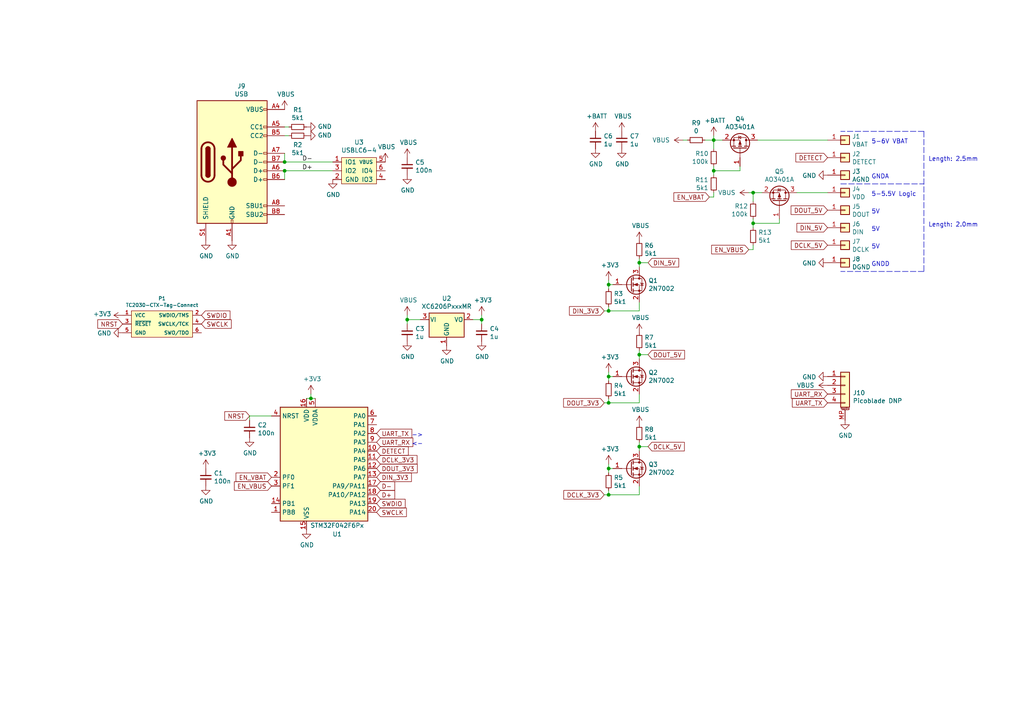
<source format=kicad_sch>
(kicad_sch (version 20211123) (generator eeschema)
  (paper "A4")
  (lib_symbols
    (symbol "Connector:USB_C_Receptacle_USB2.0" (pin_names (offset 1.016))
      (property "Reference" "J" (at -10.16 19.05 0))
      (property "Value" "USB_C_Receptacle_USB2.0" (at 19.05 19.05 0))
      (symbol "USB_C_Receptacle_USB2.0_0_0"
        (rectangle (start -0.254 -17.78) (end 0.254 -16.764))
        (rectangle (start 10.16 -14.986) (end 9.144 -15.494))
        (rectangle (start 10.16 -12.446) (end 9.144 -12.954))
        (rectangle (start 10.16 -4.826) (end 9.144 -5.334))
        (rectangle (start 10.16 -2.286) (end 9.144 -2.794))
        (rectangle (start 10.16 0.254) (end 9.144 -0.254))
        (rectangle (start 10.16 2.794) (end 9.144 2.286))
        (rectangle (start 10.16 7.874) (end 9.144 7.366))
        (rectangle (start 10.16 10.414) (end 9.144 9.906))
        (rectangle (start 10.16 15.494) (end 9.144 14.986))
      )
      (symbol "USB_C_Receptacle_USB2.0_0_1"
        (rectangle (start -10.16 17.78) (end 10.16 -17.78) (stroke (width 0.254)) (fill (type background)))
        (arc (start -8.89 -3.81) (mid -6.985 -5.715) (end -5.08 -3.81) (stroke (width 0.508)))
        (arc (start -7.62 -3.81) (mid -6.985 -4.445) (end -6.35 -3.81) (stroke (width 0.254)))
        (arc (start -7.62 -3.81) (mid -6.985 -4.445) (end -6.35 -3.81) (stroke (width 0.254)) (fill (type outline)))
        (rectangle (start -7.62 -3.81) (end -6.35 3.81) (stroke (width 0.254)) (fill (type outline)))
        (arc (start -6.35 3.81) (mid -6.985 4.445) (end -7.62 3.81) (stroke (width 0.254)))
        (arc (start -6.35 3.81) (mid -6.985 4.445) (end -7.62 3.81) (stroke (width 0.254)) (fill (type outline)))
        (arc (start -5.08 3.81) (mid -6.985 5.715) (end -8.89 3.81) (stroke (width 0.508)))
        (circle (center -2.54 1.143) (radius 0.635) (stroke (width 0.254)) (fill (type outline)))
        (circle (center 0 -5.842) (radius 1.27) (fill (type outline)))
        (polyline (pts (xy -8.89 -3.81) (xy -8.89 3.81)) (stroke (width 0.508)))
        (polyline (pts (xy -5.08 3.81) (xy -5.08 -3.81)) (stroke (width 0.508)))
        (polyline (pts (xy 0 -5.842) (xy 0 4.318)) (stroke (width 0.508)))
        (polyline (pts (xy 0 -3.302) (xy -2.54 -0.762) (xy -2.54 0.508)) (stroke (width 0.508)))
        (polyline (pts (xy 0 -2.032) (xy 2.54 0.508) (xy 2.54 1.778)) (stroke (width 0.508)))
        (polyline (pts (xy -1.27 4.318) (xy 0 6.858) (xy 1.27 4.318) (xy -1.27 4.318)) (stroke (width 0.254)) (fill (type outline)))
        (rectangle (start 1.905 1.778) (end 3.175 3.048) (stroke (width 0.254)) (fill (type outline)))
      )
      (symbol "USB_C_Receptacle_USB2.0_1_1"
        (pin power_in line (at 0 -22.86 90) (length 5.08) (name "GND") (number "A1"))
        (pin passive line (at 0 -22.86 90) (length 5.08) hide (name "GND") (number "A12"))
        (pin power_in line (at 15.24 15.24 180) (length 5.08) (name "VBUS") (number "A4"))
        (pin bidirectional line (at 15.24 10.16 180) (length 5.08) (name "CC1") (number "A5"))
        (pin bidirectional line (at 15.24 -2.54 180) (length 5.08) (name "D+") (number "A6"))
        (pin bidirectional line (at 15.24 2.54 180) (length 5.08) (name "D-") (number "A7"))
        (pin bidirectional line (at 15.24 -12.7 180) (length 5.08) (name "SBU1") (number "A8"))
        (pin passive line (at 15.24 15.24 180) (length 5.08) hide (name "VBUS") (number "A9"))
        (pin passive line (at 0 -22.86 90) (length 5.08) hide (name "GND") (number "B1"))
        (pin passive line (at 0 -22.86 90) (length 5.08) hide (name "GND") (number "B12"))
        (pin passive line (at 15.24 15.24 180) (length 5.08) hide (name "VBUS") (number "B4"))
        (pin bidirectional line (at 15.24 7.62 180) (length 5.08) (name "CC2") (number "B5"))
        (pin bidirectional line (at 15.24 -5.08 180) (length 5.08) (name "D+") (number "B6"))
        (pin bidirectional line (at 15.24 0 180) (length 5.08) (name "D-") (number "B7"))
        (pin bidirectional line (at 15.24 -15.24 180) (length 5.08) (name "SBU2") (number "B8"))
        (pin passive line (at 15.24 15.24 180) (length 5.08) hide (name "VBUS") (number "B9"))
        (pin passive line (at -7.62 -22.86 90) (length 5.08) (name "SHIELD") (number "S1"))
      )
    )
    (symbol "Connector_Generic:Conn_01x01" (pin_names (offset 1.016) hide)
      (property "Reference" "J" (at 0 2.54 0))
      (property "Value" "Conn_01x01" (at 0 -2.54 0))
      (symbol "Conn_01x01_1_1"
        (rectangle (start -1.27 0.127) (end 0 -0.127) (stroke (width 0.1524)))
        (rectangle (start -1.27 1.27) (end 1.27 -1.27) (stroke (width 0.254)) (fill (type background)))
        (pin passive line (at -5.08 0 0) (length 3.81) (name "Pin_1") (number "1"))
      )
    )
    (symbol "Connector_Generic_MountingPin:Conn_01x04_MountingPin" (pin_names (offset 1.016) hide)
      (property "Reference" "J" (at 0 5.08 0))
      (property "Value" "Conn_01x04_MountingPin" (at 1.27 -7.62 0))
      (symbol "Conn_01x04_MountingPin_1_1"
        (rectangle (start -1.27 -4.953) (end 0 -5.207) (stroke (width 0.1524)))
        (rectangle (start -1.27 -2.413) (end 0 -2.667) (stroke (width 0.1524)))
        (rectangle (start -1.27 0.127) (end 0 -0.127) (stroke (width 0.1524)))
        (rectangle (start -1.27 2.667) (end 0 2.413) (stroke (width 0.1524)))
        (rectangle (start -1.27 3.81) (end 1.27 -6.35) (stroke (width 0.254)) (fill (type background)))
        (polyline (pts (xy -1.016 -7.112) (xy 1.016 -7.112)) (stroke (width 0.1524)))
        (text "Mounting" (at 0 -6.731 0) (effects (font (size 0.381 0.381))))
        (pin passive line (at -5.08 2.54 0) (length 3.81) (name "Pin_1") (number "1"))
        (pin passive line (at -5.08 0 0) (length 3.81) (name "Pin_2") (number "2"))
        (pin passive line (at -5.08 -2.54 0) (length 3.81) (name "Pin_3") (number "3"))
        (pin passive line (at -5.08 -5.08 0) (length 3.81) (name "Pin_4") (number "4"))
        (pin passive line (at 0 -10.16 90) (length 3.048) (name "MountPin") (number "MP"))
      )
    )
    (symbol "Device:C_Small" (pin_numbers hide) (pin_names (offset 0.254) hide)
      (property "Reference" "C" (at 0.254 1.778 0))
      (property "Value" "C_Small" (at 0.254 -2.032 0))
      (symbol "C_Small_0_1"
        (polyline (pts (xy -1.524 -0.508) (xy 1.524 -0.508)) (stroke (width 0.3302)))
        (polyline (pts (xy -1.524 0.508) (xy 1.524 0.508)) (stroke (width 0.3048)))
      )
      (symbol "C_Small_1_1"
        (pin passive line (at 0 2.54 270) (length 2.032) (name "~") (number "1"))
        (pin passive line (at 0 -2.54 90) (length 2.032) (name "~") (number "2"))
      )
    )
    (symbol "Device:R_Small" (pin_numbers hide) (pin_names (offset 0.254) hide)
      (property "Reference" "R" (at 0.762 0.508 0))
      (property "Value" "R_Small" (at 0.762 -1.016 0))
      (symbol "R_Small_0_1"
        (rectangle (start -0.762 1.778) (end 0.762 -1.778) (stroke (width 0.2032)))
      )
      (symbol "R_Small_1_1"
        (pin passive line (at 0 2.54 270) (length 0.762) (name "~") (number "1"))
        (pin passive line (at 0 -2.54 90) (length 0.762) (name "~") (number "2"))
      )
    )
    (symbol "MCU_ST_STM32F0:STM32F042F6Px"
      (property "Reference" "U" (at -12.7 16.51 0))
      (property "Value" "STM32F042F6Px" (at 0 16.51 0))
      (symbol "STM32F042F6Px_0_1"
        (rectangle (start -12.7 -17.78) (end 12.7 15.24) (stroke (width 0.254)) (fill (type background)))
      )
      (symbol "STM32F042F6Px_1_1"
        (pin bidirectional line (at -15.24 -15.24 0) (length 2.54) (name "PB8") (number "1"))
        (pin bidirectional line (at 15.24 2.54 180) (length 2.54) (name "PA4") (number "10"))
        (pin bidirectional line (at 15.24 0 180) (length 2.54) (name "PA5") (number "11"))
        (pin bidirectional line (at 15.24 -2.54 180) (length 2.54) (name "PA6") (number "12"))
        (pin bidirectional line (at 15.24 -5.08 180) (length 2.54) (name "PA7") (number "13"))
        (pin bidirectional line (at -15.24 -12.7 0) (length 2.54) (name "PB1") (number "14"))
        (pin power_in line (at -5.08 -20.32 90) (length 2.54) (name "VSS") (number "15"))
        (pin power_in line (at -5.08 17.78 270) (length 2.54) (name "VDD") (number "16"))
        (pin bidirectional line (at 15.24 -7.62 180) (length 2.54) (name "PA9/PA11") (number "17"))
        (pin bidirectional line (at 15.24 -10.16 180) (length 2.54) (name "PA10/PA12") (number "18"))
        (pin bidirectional line (at 15.24 -12.7 180) (length 2.54) (name "PA13") (number "19"))
        (pin input line (at -15.24 -5.08 0) (length 2.54) (name "PF0") (number "2"))
        (pin bidirectional line (at 15.24 -15.24 180) (length 2.54) (name "PA14") (number "20"))
        (pin input line (at -15.24 -7.62 0) (length 2.54) (name "PF1") (number "3"))
        (pin input line (at -15.24 12.7 0) (length 2.54) (name "NRST") (number "4"))
        (pin power_in line (at -2.54 17.78 270) (length 2.54) (name "VDDA") (number "5"))
        (pin bidirectional line (at 15.24 12.7 180) (length 2.54) (name "PA0") (number "6"))
        (pin bidirectional line (at 15.24 10.16 180) (length 2.54) (name "PA1") (number "7"))
        (pin bidirectional line (at 15.24 7.62 180) (length 2.54) (name "PA2") (number "8"))
        (pin bidirectional line (at 15.24 5.08 180) (length 2.54) (name "PA3") (number "9"))
      )
    )
    (symbol "Regulator_Linear:XC6206PxxxMR" (pin_names (offset 0.254))
      (property "Reference" "U" (at -3.81 3.175 0))
      (property "Value" "XC6206PxxxMR" (at 0 3.175 0))
      (symbol "XC6206PxxxMR_0_1"
        (rectangle (start -5.08 1.905) (end 5.08 -5.08) (stroke (width 0.254)) (fill (type background)))
      )
      (symbol "XC6206PxxxMR_1_1"
        (pin power_in line (at 0 -7.62 90) (length 2.54) (name "GND") (number "1"))
        (pin power_out line (at 7.62 0 180) (length 2.54) (name "VO") (number "2"))
        (pin power_in line (at -7.62 0 0) (length 2.54) (name "VI") (number "3"))
      )
    )
    (symbol "Transistor_FET:2N7002" (pin_names hide)
      (property "Reference" "Q" (at 5.08 1.905 0))
      (property "Value" "2N7002" (at 5.08 0 0))
      (symbol "2N7002_0_1"
        (polyline (pts (xy 0.254 0) (xy -2.54 0)))
        (polyline (pts (xy 0.254 1.905) (xy 0.254 -1.905)) (stroke (width 0.254)))
        (polyline (pts (xy 0.762 -1.27) (xy 0.762 -2.286)) (stroke (width 0.254)))
        (polyline (pts (xy 0.762 0.508) (xy 0.762 -0.508)) (stroke (width 0.254)))
        (polyline (pts (xy 0.762 2.286) (xy 0.762 1.27)) (stroke (width 0.254)))
        (polyline (pts (xy 2.54 2.54) (xy 2.54 1.778)))
        (polyline (pts (xy 2.54 -2.54) (xy 2.54 0) (xy 0.762 0)))
        (polyline (pts (xy 0.762 -1.778) (xy 3.302 -1.778) (xy 3.302 1.778) (xy 0.762 1.778)))
        (polyline (pts (xy 1.016 0) (xy 2.032 0.381) (xy 2.032 -0.381) (xy 1.016 0)) (fill (type outline)))
        (polyline (pts (xy 2.794 0.508) (xy 2.921 0.381) (xy 3.683 0.381) (xy 3.81 0.254)))
        (polyline (pts (xy 3.302 0.381) (xy 2.921 -0.254) (xy 3.683 -0.254) (xy 3.302 0.381)))
        (circle (center 1.651 0) (radius 2.794) (stroke (width 0.254)))
        (circle (center 2.54 -1.778) (radius 0.254) (fill (type outline)))
        (circle (center 2.54 1.778) (radius 0.254) (fill (type outline)))
      )
      (symbol "2N7002_1_1"
        (pin input line (at -5.08 0 0) (length 2.54) (name "G") (number "1"))
        (pin passive line (at 2.54 -5.08 90) (length 2.54) (name "S") (number "2"))
        (pin passive line (at 2.54 5.08 270) (length 2.54) (name "D") (number "3"))
      )
    )
    (symbol "Transistor_FET:AO3401A" (pin_names hide)
      (property "Reference" "Q" (at 5.08 1.905 0))
      (property "Value" "AO3401A" (at 5.08 0 0))
      (symbol "AO3401A_0_1"
        (polyline (pts (xy 0.254 0) (xy -2.54 0)))
        (polyline (pts (xy 0.254 1.905) (xy 0.254 -1.905)) (stroke (width 0.254)))
        (polyline (pts (xy 0.762 -1.27) (xy 0.762 -2.286)) (stroke (width 0.254)))
        (polyline (pts (xy 0.762 0.508) (xy 0.762 -0.508)) (stroke (width 0.254)))
        (polyline (pts (xy 0.762 2.286) (xy 0.762 1.27)) (stroke (width 0.254)))
        (polyline (pts (xy 2.54 2.54) (xy 2.54 1.778)))
        (polyline (pts (xy 2.54 -2.54) (xy 2.54 0) (xy 0.762 0)))
        (polyline (pts (xy 0.762 1.778) (xy 3.302 1.778) (xy 3.302 -1.778) (xy 0.762 -1.778)))
        (polyline (pts (xy 2.286 0) (xy 1.27 0.381) (xy 1.27 -0.381) (xy 2.286 0)) (fill (type outline)))
        (polyline (pts (xy 2.794 -0.508) (xy 2.921 -0.381) (xy 3.683 -0.381) (xy 3.81 -0.254)))
        (polyline (pts (xy 3.302 -0.381) (xy 2.921 0.254) (xy 3.683 0.254) (xy 3.302 -0.381)))
        (circle (center 1.651 0) (radius 2.794) (stroke (width 0.254)))
        (circle (center 2.54 -1.778) (radius 0.254) (fill (type outline)))
        (circle (center 2.54 1.778) (radius 0.254) (fill (type outline)))
      )
      (symbol "AO3401A_1_1"
        (pin input line (at -5.08 0 0) (length 2.54) (name "G") (number "1"))
        (pin passive line (at 2.54 -5.08 90) (length 2.54) (name "S") (number "2"))
        (pin passive line (at 2.54 5.08 270) (length 2.54) (name "D") (number "3"))
      )
    )
    (symbol "otter:TC2030-CTX-Tag-Connect" (pin_names (offset 1.016))
      (property "Reference" "P" (at -1.27 -5.08 0))
      (property "Value" "TC2030-CTX-Tag-Connect" (at 0 5.08 0))
      (symbol "TC2030-CTX-Tag-Connect_0_1"
        (rectangle (start 8.89 3.81) (end -8.89 -3.81) (fill (type background)))
      )
      (symbol "TC2030-CTX-Tag-Connect_1_1"
        (pin passive line (at -11.43 2.54 0) (length 2.54) (name "VCC") (number "1"))
        (pin passive line (at 11.43 2.54 180) (length 2.54) (name "SWDIO/TMS") (number "2"))
        (pin passive line (at -11.43 0 0) (length 2.54) (name "~{RESET}") (number "3"))
        (pin passive line (at 11.43 0 180) (length 2.54) (name "SWCLK/TCK") (number "4"))
        (pin passive line (at -11.43 -2.54 0) (length 2.54) (name "GND") (number "5"))
        (pin passive line (at 11.43 -2.54 180) (length 2.54) (name "SWO/TDO") (number "6"))
      )
    )
    (symbol "otter:otter_USBLC6-4" (pin_names (offset 1.016))
      (property "Reference" "U" (at 0 7.62 0))
      (property "Value" "otter_USBLC6-4" (at 0 5.08 0))
      (symbol "otter_USBLC6-4_0_1"
        (rectangle (start -5.08 3.81) (end 5.08 -3.81) (fill (type background)))
      )
      (symbol "otter_USBLC6-4_1_1"
        (pin input line (at -7.62 2.54 0) (length 2.54) (name "IO1") (number "1"))
        (pin input line (at -7.62 -2.54 0) (length 2.54) (name "GND") (number "2"))
        (pin input line (at -7.62 0 0) (length 2.54) (name "IO2") (number "3"))
        (pin input line (at 7.62 -2.54 180) (length 2.54) (name "IO3") (number "4"))
        (pin input line (at 7.62 2.54 180) (length 2.54) (name "VBUS") (number "5"))
        (pin input line (at 7.62 0 180) (length 2.54) (name "IO4") (number "6"))
      )
    )
    (symbol "power:+3V3" (power) (pin_names (offset 0))
      (property "Value" "+3V3" (at 0 3.556 0))
      (symbol "+3V3_0_1"
        (polyline (pts (xy -0.762 1.27) (xy 0 2.54)))
        (polyline (pts (xy 0 0) (xy 0 2.54)))
        (polyline (pts (xy 0 2.54) (xy 0.762 1.27)))
      )
      (symbol "+3V3_1_1"
        (pin power_in line (at 0 0 90) (length 0) hide (name "+3V3") (number "1"))
      )
    )
    (symbol "power:+BATT" (power) (pin_names (offset 0))
      (property "Value" "+BATT" (at 0 3.556 0))
      (symbol "+BATT_0_1"
        (polyline (pts (xy -0.762 1.27) (xy 0 2.54)))
        (polyline (pts (xy 0 0) (xy 0 2.54)))
        (polyline (pts (xy 0 2.54) (xy 0.762 1.27)))
      )
      (symbol "+BATT_1_1"
        (pin power_in line (at 0 0 90) (length 0) hide (name "+BATT") (number "1"))
      )
    )
    (symbol "power:GND" (power) (pin_names (offset 0))
      (property "Value" "GND" (at 0 -3.81 0))
      (symbol "GND_0_1"
        (polyline (pts (xy 0 0) (xy 0 -1.27) (xy 1.27 -1.27) (xy 0 -2.54) (xy -1.27 -1.27) (xy 0 -1.27)))
      )
      (symbol "GND_1_1"
        (pin power_in line (at 0 0 270) (length 0) hide (name "GND") (number "1"))
      )
    )
    (symbol "power:VBUS" (power) (pin_names (offset 0))
      (property "Value" "VBUS" (at 0 3.81 0))
      (symbol "VBUS_0_1"
        (polyline (pts (xy -0.762 1.27) (xy 0 2.54)))
        (polyline (pts (xy 0 0) (xy 0 2.54)))
        (polyline (pts (xy 0 2.54) (xy 0.762 1.27)))
      )
      (symbol "VBUS_1_1"
        (pin power_in line (at 0 0 90) (length 0) hide (name "VBUS") (number "1"))
      )
    )
  )
  (junction (at 82.55 49.53))
  (junction (at 82.55 46.99))
  (junction (at 185.42 129.54))
  (junction (at 218.44 55.88))
  (junction (at 118.11 92.71))
  (junction (at 176.53 116.84))
  (junction (at 185.42 76.2))
  (junction (at 185.42 102.87))
  (junction (at 176.53 90.17))
  (junction (at 139.7 92.71))
  (junction (at 207.01 49.53))
  (junction (at 176.53 109.22))
  (junction (at 207.01 40.64))
  (junction (at 90.17 115.57))
  (junction (at 176.53 143.51))
  (junction (at 176.53 135.89))
  (junction (at 218.44 64.77))
  (junction (at 176.53 82.55))
  (wire (pts (xy 185.42 74.93) (xy 185.42 76.2)))
  (wire (pts (xy 207.01 50.8) (xy 207.01 49.53)))
  (wire (pts (xy 88.9 115.57) (xy 90.17 115.57)))
  (wire (pts (xy 218.44 71.12) (xy 218.44 72.39)))
  (wire (pts (xy 139.7 91.44) (xy 139.7 92.71)))
  (wire (pts (xy 217.17 55.88) (xy 218.44 55.88)))
  (wire (pts (xy 90.17 115.57) (xy 91.44 115.57)))
  (wire (pts (xy 185.42 116.84) (xy 176.53 116.84)))
  (wire (pts (xy 185.42 143.51) (xy 176.53 143.51)))
  (wire (pts (xy 176.53 116.84) (xy 175.26 116.84)))
  (wire (pts (xy 226.06 64.77) (xy 226.06 63.5)))
  (wire (pts (xy 72.39 120.65) (xy 72.39 121.92)))
  (wire (pts (xy 204.47 40.64) (xy 207.01 40.64)))
  (wire (pts (xy 207.01 49.53) (xy 207.01 48.26)))
  (wire (pts (xy 82.55 44.45) (xy 82.55 46.99)))
  (polyline (pts (xy 267.97 78.74) (xy 243.84 78.74)))
  (wire (pts (xy 176.53 107.95) (xy 176.53 109.22)))
  (polyline (pts (xy 243.84 53.34) (xy 267.97 53.34)))
  (wire (pts (xy 121.92 92.71) (xy 118.11 92.71)))
  (wire (pts (xy 176.53 143.51) (xy 176.53 142.24)))
  (wire (pts (xy 207.01 40.64) (xy 207.01 39.37)))
  (wire (pts (xy 218.44 64.77) (xy 226.06 64.77)))
  (wire (pts (xy 209.55 40.64) (xy 207.01 40.64)))
  (wire (pts (xy 176.53 82.55) (xy 176.53 83.82)))
  (wire (pts (xy 218.44 55.88) (xy 220.98 55.88)))
  (wire (pts (xy 219.71 40.64) (xy 240.03 40.64)))
  (wire (pts (xy 137.16 92.71) (xy 139.7 92.71)))
  (wire (pts (xy 177.8 109.22) (xy 176.53 109.22)))
  (wire (pts (xy 78.74 120.65) (xy 72.39 120.65)))
  (wire (pts (xy 90.17 114.3) (xy 90.17 115.57)))
  (wire (pts (xy 176.53 116.84) (xy 176.53 115.57)))
  (wire (pts (xy 176.53 134.62) (xy 176.53 135.89)))
  (wire (pts (xy 185.42 76.2) (xy 187.96 76.2)))
  (wire (pts (xy 176.53 90.17) (xy 176.53 88.9)))
  (wire (pts (xy 185.42 102.87) (xy 187.96 102.87)))
  (wire (pts (xy 177.8 135.89) (xy 176.53 135.89)))
  (wire (pts (xy 231.14 55.88) (xy 240.03 55.88)))
  (wire (pts (xy 176.53 81.28) (xy 176.53 82.55)))
  (polyline (pts (xy 267.97 38.1) (xy 267.97 78.74)))
  (wire (pts (xy 185.42 114.3) (xy 185.42 116.84)))
  (wire (pts (xy 207.01 49.53) (xy 214.63 49.53)))
  (wire (pts (xy 185.42 129.54) (xy 187.96 129.54)))
  (wire (pts (xy 185.42 128.27) (xy 185.42 129.54)))
  (polyline (pts (xy 267.97 38.1) (xy 243.84 38.1)))
  (wire (pts (xy 176.53 109.22) (xy 176.53 110.49)))
  (wire (pts (xy 185.42 129.54) (xy 185.42 130.81)))
  (wire (pts (xy 185.42 101.6) (xy 185.42 102.87)))
  (wire (pts (xy 83.82 39.37) (xy 82.55 39.37)))
  (wire (pts (xy 83.82 36.83) (xy 82.55 36.83)))
  (wire (pts (xy 207.01 43.18) (xy 207.01 40.64)))
  (wire (pts (xy 185.42 140.97) (xy 185.42 143.51)))
  (wire (pts (xy 218.44 55.88) (xy 218.44 58.42)))
  (wire (pts (xy 218.44 64.77) (xy 218.44 63.5)))
  (wire (pts (xy 139.7 92.71) (xy 139.7 93.98)))
  (wire (pts (xy 218.44 72.39) (xy 217.17 72.39)))
  (wire (pts (xy 176.53 143.51) (xy 175.26 143.51)))
  (wire (pts (xy 118.11 92.71) (xy 118.11 93.98)))
  (wire (pts (xy 185.42 90.17) (xy 176.53 90.17)))
  (wire (pts (xy 198.12 40.64) (xy 199.39 40.64)))
  (wire (pts (xy 207.01 57.15) (xy 205.74 57.15)))
  (wire (pts (xy 176.53 135.89) (xy 176.53 137.16)))
  (wire (pts (xy 185.42 76.2) (xy 185.42 77.47)))
  (wire (pts (xy 185.42 102.87) (xy 185.42 104.14)))
  (wire (pts (xy 207.01 55.88) (xy 207.01 57.15)))
  (wire (pts (xy 177.8 82.55) (xy 176.53 82.55)))
  (wire (pts (xy 185.42 87.63) (xy 185.42 90.17)))
  (wire (pts (xy 96.52 46.99) (xy 82.55 46.99)))
  (wire (pts (xy 82.55 49.53) (xy 82.55 52.07)))
  (wire (pts (xy 218.44 66.04) (xy 218.44 64.77)))
  (wire (pts (xy 176.53 90.17) (xy 175.26 90.17)))
  (wire (pts (xy 96.52 49.53) (xy 82.55 49.53)))
  (wire (pts (xy 118.11 91.44) (xy 118.11 92.71)))
  (wire (pts (xy 214.63 49.53) (xy 214.63 48.26)))
  (text "5-6V VBAT" (at 252.73 41.91 0) (effects (font (size 1.27 1.27)) (justify left bottom)))
  (text "->" (at 119.38 127 0) (effects (font (size 1.27 1.27)) (justify left bottom)))
  (text "<-" (at 119.38 129.54 0) (effects (font (size 1.27 1.27)) (justify left bottom)))
  (text "5V\n" (at 252.73 67.31 0) (effects (font (size 1.27 1.27)) (justify left bottom)))
  (text "5V" (at 252.73 72.39 0) (effects (font (size 1.27 1.27)) (justify left bottom)))
  (text "Length: 2.5mm " (at 269.24 46.99 0) (effects (font (size 1.27 1.27)) (justify left bottom)))
  (text "GNDD" (at 252.73 77.47 0) (effects (font (size 1.27 1.27)) (justify left bottom)))
  (text "5V" (at 252.73 62.23 0) (effects (font (size 1.27 1.27)) (justify left bottom)))
  (text "Length: 2.0mm " (at 269.24 66.04 0) (effects (font (size 1.27 1.27)) (justify left bottom)))
  (text "5-5.5V Logic" (at 252.73 57.15 0) (effects (font (size 1.27 1.27)) (justify left bottom)))
  (text "GNDA" (at 252.73 52.07 0) (effects (font (size 1.27 1.27)) (justify left bottom)))
  (label "D+" (at 87.63 49.53 0))
  (label "D-" (at 87.63 46.99 0))
  (global_label "DIN_5V" (shape input) (at 240.03 66.04 180) (property "Intersheet References" "${INTERSHEET_REFS}" (effects hide)))
  (global_label "EN_VBUS" (shape input) (at 78.74 140.97 180) (property "Intersheet References" "${INTERSHEET_REFS}" (effects hide)))
  (global_label "D+" (shape input) (at 109.22 143.51 0) (property "Intersheet References" "${INTERSHEET_REFS}" (effects hide)))
  (global_label "EN_VBAT" (shape input) (at 78.74 138.43 180) (property "Intersheet References" "${INTERSHEET_REFS}" (effects hide)))
  (global_label "DCLK_5V" (shape input) (at 240.03 71.12 180) (property "Intersheet References" "${INTERSHEET_REFS}" (effects hide)))
  (global_label "DETECT" (shape input) (at 109.22 130.81 0) (property "Intersheet References" "${INTERSHEET_REFS}" (effects hide)))
  (global_label "DCLK_3V3" (shape input) (at 109.22 133.35 0) (property "Intersheet References" "${INTERSHEET_REFS}" (effects hide)))
  (global_label "DOUT_3V3" (shape input) (at 109.22 135.89 0) (property "Intersheet References" "${INTERSHEET_REFS}" (effects hide)))
  (global_label "D-" (shape input) (at 109.22 140.97 0) (property "Intersheet References" "${INTERSHEET_REFS}" (effects hide)))
  (global_label "SWDIO" (shape input) (at 109.22 146.05 0) (property "Intersheet References" "${INTERSHEET_REFS}" (effects hide)))
  (global_label "UART_TX" (shape input) (at 109.22 125.73 0) (property "Intersheet References" "${INTERSHEET_REFS}" (effects hide)))
  (global_label "UART_TX" (shape input) (at 240.03 116.84 180) (property "Intersheet References" "${INTERSHEET_REFS}" (effects hide)))
  (global_label "DIN_3V3" (shape input) (at 109.22 138.43 0) (property "Intersheet References" "${INTERSHEET_REFS}" (effects hide)))
  (global_label "DETECT" (shape input) (at 240.03 45.72 180) (property "Intersheet References" "${INTERSHEET_REFS}" (effects hide)))
  (global_label "UART_RX" (shape input) (at 240.03 114.3 180) (property "Intersheet References" "${INTERSHEET_REFS}" (effects hide)))
  (global_label "NRST" (shape input) (at 72.39 120.65 180) (property "Intersheet References" "${INTERSHEET_REFS}" (effects hide)))
  (global_label "DOUT_3V3" (shape input) (at 175.26 116.84 180) (property "Intersheet References" "${INTERSHEET_REFS}" (effects hide)))
  (global_label "NRST" (shape input) (at 35.56 93.98 180) (property "Intersheet References" "${INTERSHEET_REFS}" (effects hide)))
  (global_label "EN_VBUS" (shape input) (at 217.17 72.39 180) (property "Intersheet References" "${INTERSHEET_REFS}" (effects hide)))
  (global_label "DCLK_3V3" (shape input) (at 175.26 143.51 180) (property "Intersheet References" "${INTERSHEET_REFS}" (effects hide)))
  (global_label "EN_VBAT" (shape input) (at 205.74 57.15 180) (property "Intersheet References" "${INTERSHEET_REFS}" (effects hide)))
  (global_label "DIN_3V3" (shape input) (at 175.26 90.17 180) (property "Intersheet References" "${INTERSHEET_REFS}" (effects hide)))
  (global_label "SWDIO" (shape input) (at 58.42 91.44 0) (property "Intersheet References" "${INTERSHEET_REFS}" (effects hide)))
  (global_label "DOUT_5V" (shape input) (at 240.03 60.96 180) (property "Intersheet References" "${INTERSHEET_REFS}" (effects hide)))
  (global_label "DCLK_5V" (shape input) (at 187.96 129.54 0) (property "Intersheet References" "${INTERSHEET_REFS}" (effects hide)))
  (global_label "DIN_5V" (shape input) (at 187.96 76.2 0) (property "Intersheet References" "${INTERSHEET_REFS}" (effects hide)))
  (global_label "UART_RX" (shape input) (at 109.22 128.27 0) (property "Intersheet References" "${INTERSHEET_REFS}" (effects hide)))
  (global_label "SWCLK" (shape input) (at 58.42 93.98 0) (property "Intersheet References" "${INTERSHEET_REFS}" (effects hide)))
  (global_label "SWCLK" (shape input) (at 109.22 148.59 0) (property "Intersheet References" "${INTERSHEET_REFS}" (effects hide)))
  (global_label "DOUT_5V" (shape input) (at 187.96 102.87 0) (property "Intersheet References" "${INTERSHEET_REFS}" (effects hide)))
  (symbol (lib_id "Connector_Generic:Conn_01x01") (at 245.11 40.64 0) (unit 1)
    (property "Reference" "J1" (at 247.142 39.5732 0) (effects (justify left)))
    (property "Value" "VBAT" (at 247.142 41.8846 0) (effects (justify left)))
    (property "Footprint" "otter:PH-MVF-5365" (effects hide))
    (property "Mouser" "581-709150001025006" (effects hide))
  )
  (symbol (lib_id "Connector_Generic:Conn_01x01") (at 245.11 45.72 0) (unit 1)
    (property "Reference" "J2" (at 247.142 44.6532 0) (effects (justify left)))
    (property "Value" "DETECT" (at 247.142 46.9646 0) (effects (justify left)))
    (property "Footprint" "otter:PH-MVF-5365" (effects hide))
    (property "Mouser" "581-709150001025006" (effects hide))
  )
  (symbol (lib_id "Connector_Generic:Conn_01x01") (at 245.11 50.8 0) (unit 1)
    (property "Reference" "J3" (at 247.142 49.7332 0) (effects (justify left)))
    (property "Value" "AGND" (at 247.142 52.0446 0) (effects (justify left)))
    (property "Footprint" "otter:PH-MVF-5365" (effects hide))
    (property "Mouser" "581-709150001025006" (effects hide))
  )
  (symbol (lib_id "Connector_Generic:Conn_01x01") (at 245.11 55.88 0) (unit 1)
    (property "Reference" "J4" (at 247.142 54.8132 0) (effects (justify left)))
    (property "Value" "VDD" (at 247.142 57.1246 0) (effects (justify left)))
    (property "Footprint" "otter:PH-MVF-5365" (effects hide))
    (property "Mouser" "581-709150001020006" (effects hide))
  )
  (symbol (lib_id "Connector_Generic:Conn_01x01") (at 245.11 60.96 0) (unit 1)
    (property "Reference" "J5" (at 247.142 59.8932 0) (effects (justify left)))
    (property "Value" "DOUT" (at 247.142 62.2046 0) (effects (justify left)))
    (property "Footprint" "otter:PH-MVF-5365" (effects hide))
    (property "Mouser" "581-709150001020006" (effects hide))
  )
  (symbol (lib_id "Connector_Generic:Conn_01x01") (at 245.11 66.04 0) (unit 1)
    (property "Reference" "J6" (at 247.142 64.9732 0) (effects (justify left)))
    (property "Value" "DIN" (at 247.142 67.2846 0) (effects (justify left)))
    (property "Footprint" "otter:PH-MVF-5365" (effects hide))
    (property "Mouser" "581-709150001020006" (effects hide))
  )
  (symbol (lib_id "Connector_Generic:Conn_01x01") (at 245.11 71.12 0) (unit 1)
    (property "Reference" "J7" (at 247.142 70.0532 0) (effects (justify left)))
    (property "Value" "DCLK" (at 247.142 72.3646 0) (effects (justify left)))
    (property "Footprint" "otter:PH-MVF-5365" (effects hide))
    (property "Mouser" "581-709150001020006" (effects hide))
  )
  (symbol (lib_id "Connector_Generic:Conn_01x01") (at 245.11 76.2 0) (unit 1)
    (property "Reference" "J8" (at 247.142 75.1332 0) (effects (justify left)))
    (property "Value" "DGND" (at 247.142 77.4446 0) (effects (justify left)))
    (property "Footprint" "otter:PH-MVF-5365" (effects hide))
    (property "Mouser" "581-709150001020006" (effects hide))
  )
  (symbol (lib_id "power:+BATT") (at 207.01 39.37 0) (unit 1)
    (property "Reference" "#PWR0101" (effects hide))
    (property "Value" "+BATT" (at 207.391 34.9758 0))
  )
  (symbol (lib_id "power:GND") (at 240.03 76.2 270) (unit 1)
    (property "Reference" "#PWR0105" (effects hide))
    (property "Value" "GND" (at 236.7788 76.327 90) (effects (justify right)))
  )
  (symbol (lib_id "MCU_ST_STM32F0:STM32F042F6Px") (at 93.98 133.35 0) (unit 1)
    (property "Reference" "U1" (at 97.79 154.94 0))
    (property "Value" "STM32F042F6Px" (at 97.79 152.4 0))
    (property "Footprint" "Package_SO:TSSOP-20_4.4x6.5mm_P0.65mm" (effects hide))
    (property "Datasheet" "http://www.st.com/st-web-ui/static/active/en/resource/technical/document/datasheet/DM00105814.pdf" (effects hide))
  )
  (symbol (lib_id "Connector:USB_C_Receptacle_USB2.0") (at 67.31 46.99 0) (unit 1)
    (property "Reference" "J9" (at 70.0278 24.9682 0))
    (property "Value" "USB" (at 70.0278 27.2796 0))
    (property "Footprint" "otter:USB-C 16Pin" (effects hide))
    (property "Datasheet" "https://www.usb.org/sites/default/files/documents/usb_type-c.zip" (effects hide))
  )
  (symbol (lib_id "power:GND") (at 59.69 69.85 0) (unit 1)
    (property "Reference" "#PWR0102" (effects hide))
    (property "Value" "GND" (at 59.817 74.2442 0))
  )
  (symbol (lib_id "power:GND") (at 67.31 69.85 0) (unit 1)
    (property "Reference" "#PWR0103" (effects hide))
    (property "Value" "GND" (at 67.437 74.2442 0))
  )
  (symbol (lib_id "Device:R_Small") (at 86.36 36.83 270) (unit 1)
    (property "Reference" "R1" (at 86.36 31.8516 90))
    (property "Value" "5k1" (at 86.36 34.163 90))
    (property "Footprint" "otter:R_0402" (effects hide))
  )
  (symbol (lib_id "power:GND") (at 88.9 36.83 90) (unit 1)
    (property "Reference" "#PWR0104" (effects hide))
    (property "Value" "GND" (at 92.1512 36.703 90) (effects (justify right)))
  )
  (symbol (lib_id "Device:R_Small") (at 86.36 39.37 270) (unit 1)
    (property "Reference" "R2" (at 86.36 42.0116 90))
    (property "Value" "5k1" (at 86.36 44.323 90))
    (property "Footprint" "otter:R_0402" (effects hide))
  )
  (symbol (lib_id "power:GND") (at 88.9 39.37 90) (unit 1)
    (property "Reference" "#PWR0106" (effects hide))
    (property "Value" "GND" (at 92.1512 39.243 90) (effects (justify right)))
  )
  (symbol (lib_id "otter:otter_USBLC6-4") (at 104.14 49.53 0) (unit 1)
    (property "Reference" "U3" (at 104.14 41.275 0))
    (property "Value" "USBLC6-4" (at 104.14 43.5864 0))
    (property "Footprint" "Package_TO_SOT_SMD:SOT-23-6" (effects hide))
  )
  (symbol (lib_id "power:VBUS") (at 82.55 31.75 0) (unit 1)
    (property "Reference" "#PWR0107" (effects hide))
    (property "Value" "VBUS" (at 82.931 27.3558 0))
  )
  (symbol (lib_id "power:VBUS") (at 111.76 46.99 0) (unit 1)
    (property "Reference" "#PWR0108" (effects hide))
    (property "Value" "VBUS" (at 112.141 42.5958 0))
  )
  (symbol (lib_id "power:GND") (at 96.52 52.07 0) (unit 1)
    (property "Reference" "#PWR0109" (effects hide))
    (property "Value" "GND" (at 96.647 56.4642 0))
  )
  (symbol (lib_id "Device:C_Small") (at 118.11 48.26 0) (unit 1)
    (property "Reference" "C5" (at 120.4468 47.0916 0) (effects (justify left)))
    (property "Value" "100n" (at 120.4468 49.403 0) (effects (justify left)))
    (property "Footprint" "otter:C_0402" (effects hide))
  )
  (symbol (lib_id "power:GND") (at 118.11 50.8 0) (unit 1)
    (property "Reference" "#PWR0110" (effects hide))
    (property "Value" "GND" (at 118.237 55.1942 0))
  )
  (symbol (lib_id "power:VBUS") (at 118.11 45.72 0) (unit 1)
    (property "Reference" "#PWR0111" (effects hide))
    (property "Value" "VBUS" (at 118.491 41.3258 0))
  )
  (symbol (lib_id "Device:R_Small") (at 201.93 40.64 270) (unit 1)
    (property "Reference" "R9" (at 201.93 35.6616 90))
    (property "Value" "0" (at 201.93 37.973 90))
    (property "Footprint" "otter:R_0402" (effects hide))
  )
  (symbol (lib_id "power:VBUS") (at 198.12 40.64 90) (unit 1)
    (property "Reference" "#PWR0112" (effects hide))
    (property "Value" "VBUS" (at 194.31 40.64 90) (effects (justify left)))
  )
  (symbol (lib_id "power:GND") (at 240.03 50.8 270) (unit 1)
    (property "Reference" "#PWR0113" (effects hide))
    (property "Value" "GND" (at 236.7788 50.927 90) (effects (justify right)))
  )
  (symbol (lib_id "Device:C_Small") (at 72.39 124.46 0) (unit 1)
    (property "Reference" "C2" (at 74.7268 123.2916 0) (effects (justify left)))
    (property "Value" "100n" (at 74.7268 125.603 0) (effects (justify left)))
    (property "Footprint" "otter:C_0402" (effects hide))
  )
  (symbol (lib_id "power:GND") (at 72.39 127 0) (unit 1)
    (property "Reference" "#PWR0116" (effects hide))
    (property "Value" "GND" (at 72.517 131.3942 0))
  )
  (symbol (lib_id "power:GND") (at 88.9 153.67 0) (unit 1)
    (property "Reference" "#PWR0117" (effects hide))
    (property "Value" "GND" (at 89.027 158.0642 0))
  )
  (symbol (lib_id "Device:R_Small") (at 176.53 86.36 0) (unit 1)
    (property "Reference" "R3" (at 178.0286 85.1916 0) (effects (justify left)))
    (property "Value" "5k1" (at 178.0286 87.503 0) (effects (justify left)))
    (property "Footprint" "otter:R_0402" (effects hide))
  )
  (symbol (lib_id "Transistor_FET:2N7002") (at 182.88 82.55 0) (unit 1)
    (property "Reference" "Q1" (at 188.0616 81.3816 0) (effects (justify left)))
    (property "Value" "2N7002" (at 188.0616 83.693 0) (effects (justify left)))
    (property "Footprint" "Package_TO_SOT_SMD:SOT-23" (effects hide))
    (property "Datasheet" "https://www.fairchildsemi.com/datasheets/2N/2N7002.pdf" (effects hide))
  )
  (symbol (lib_id "Device:R_Small") (at 185.42 72.39 0) (unit 1)
    (property "Reference" "R6" (at 186.9186 71.2216 0) (effects (justify left)))
    (property "Value" "5k1" (at 186.9186 73.533 0) (effects (justify left)))
    (property "Footprint" "otter:R_0402" (effects hide))
  )
  (symbol (lib_id "power:+3V3") (at 176.53 81.28 0) (unit 1)
    (property "Reference" "#PWR0118" (effects hide))
    (property "Value" "+3V3" (at 176.911 76.8858 0))
  )
  (symbol (lib_id "power:VBUS") (at 185.42 69.85 0) (unit 1)
    (property "Reference" "#PWR0119" (effects hide))
    (property "Value" "VBUS" (at 185.801 65.4558 0))
  )
  (symbol (lib_id "Device:R_Small") (at 176.53 113.03 0) (unit 1)
    (property "Reference" "R4" (at 178.0286 111.8616 0) (effects (justify left)))
    (property "Value" "5k1" (at 178.0286 114.173 0) (effects (justify left)))
    (property "Footprint" "otter:R_0402" (effects hide))
  )
  (symbol (lib_id "Transistor_FET:2N7002") (at 182.88 109.22 0) (unit 1)
    (property "Reference" "Q2" (at 188.0616 108.0516 0) (effects (justify left)))
    (property "Value" "2N7002" (at 188.0616 110.363 0) (effects (justify left)))
    (property "Footprint" "Package_TO_SOT_SMD:SOT-23" (effects hide))
    (property "Datasheet" "https://www.fairchildsemi.com/datasheets/2N/2N7002.pdf" (effects hide))
  )
  (symbol (lib_id "Device:R_Small") (at 185.42 99.06 0) (unit 1)
    (property "Reference" "R7" (at 186.9186 97.8916 0) (effects (justify left)))
    (property "Value" "5k1" (at 186.9186 100.203 0) (effects (justify left)))
    (property "Footprint" "otter:R_0402" (effects hide))
  )
  (symbol (lib_id "power:+3V3") (at 176.53 107.95 0) (unit 1)
    (property "Reference" "#PWR0120" (effects hide))
    (property "Value" "+3V3" (at 176.911 103.5558 0))
  )
  (symbol (lib_id "power:VBUS") (at 185.42 96.52 0) (unit 1)
    (property "Reference" "#PWR0121" (effects hide))
    (property "Value" "VBUS" (at 185.801 92.1258 0))
  )
  (symbol (lib_id "Device:R_Small") (at 176.53 139.7 0) (unit 1)
    (property "Reference" "R5" (at 178.0286 138.5316 0) (effects (justify left)))
    (property "Value" "5k1" (at 178.0286 140.843 0) (effects (justify left)))
    (property "Footprint" "otter:R_0402" (effects hide))
  )
  (symbol (lib_id "Transistor_FET:2N7002") (at 182.88 135.89 0) (unit 1)
    (property "Reference" "Q3" (at 188.0616 134.7216 0) (effects (justify left)))
    (property "Value" "2N7002" (at 188.0616 137.033 0) (effects (justify left)))
    (property "Footprint" "Package_TO_SOT_SMD:SOT-23" (effects hide))
    (property "Datasheet" "https://www.fairchildsemi.com/datasheets/2N/2N7002.pdf" (effects hide))
  )
  (symbol (lib_id "Device:R_Small") (at 185.42 125.73 0) (unit 1)
    (property "Reference" "R8" (at 186.9186 124.5616 0) (effects (justify left)))
    (property "Value" "5k1" (at 186.9186 126.873 0) (effects (justify left)))
    (property "Footprint" "otter:R_0402" (effects hide))
  )
  (symbol (lib_id "power:+3V3") (at 176.53 134.62 0) (unit 1)
    (property "Reference" "#PWR0122" (effects hide))
    (property "Value" "+3V3" (at 176.911 130.2258 0))
  )
  (symbol (lib_id "power:VBUS") (at 185.42 123.19 0) (unit 1)
    (property "Reference" "#PWR0123" (effects hide))
    (property "Value" "VBUS" (at 185.801 118.7958 0))
  )
  (symbol (lib_id "Regulator_Linear:XC6206PxxxMR") (at 129.54 92.71 0) (unit 1)
    (property "Reference" "U2" (at 129.54 86.5632 0))
    (property "Value" "XC6206PxxxMR" (at 129.54 88.8746 0))
    (property "Footprint" "Package_TO_SOT_SMD:SOT-23" (effects hide))
    (property "Datasheet" "https://www.torexsemi.com/file/xc6206/XC6206.pdf" (effects hide))
  )
  (symbol (lib_id "Device:C_Small") (at 118.11 96.52 0) (unit 1)
    (property "Reference" "C3" (at 120.4468 95.3516 0) (effects (justify left)))
    (property "Value" "1u" (at 120.4468 97.663 0) (effects (justify left)))
    (property "Footprint" "otter:C_0603" (effects hide))
  )
  (symbol (lib_id "power:VBUS") (at 118.11 91.44 0) (unit 1)
    (property "Reference" "#PWR0124" (effects hide))
    (property "Value" "VBUS" (at 118.491 87.0458 0))
  )
  (symbol (lib_id "power:GND") (at 118.11 99.06 0) (unit 1)
    (property "Reference" "#PWR0125" (effects hide))
    (property "Value" "GND" (at 118.237 103.4542 0))
  )
  (symbol (lib_id "Device:C_Small") (at 139.7 96.52 0) (unit 1)
    (property "Reference" "C4" (at 142.0368 95.3516 0) (effects (justify left)))
    (property "Value" "1u" (at 142.0368 97.663 0) (effects (justify left)))
    (property "Footprint" "otter:C_0603" (effects hide))
  )
  (symbol (lib_id "power:GND") (at 139.7 99.06 0) (unit 1)
    (property "Reference" "#PWR0126" (effects hide))
    (property "Value" "GND" (at 139.827 103.4542 0))
  )
  (symbol (lib_id "power:GND") (at 129.54 100.33 0) (unit 1)
    (property "Reference" "#PWR0127" (effects hide))
    (property "Value" "GND" (at 129.667 104.7242 0))
  )
  (symbol (lib_id "power:+3V3") (at 139.7 91.44 0) (unit 1)
    (property "Reference" "#PWR0128" (effects hide))
    (property "Value" "+3V3" (at 140.081 87.0458 0))
  )
  (symbol (lib_id "power:+3V3") (at 90.17 114.3 0) (unit 1)
    (property "Reference" "#PWR0129" (effects hide))
    (property "Value" "+3V3" (at 90.551 109.9058 0))
  )
  (symbol (lib_id "Device:C_Small") (at 59.69 138.43 0) (unit 1)
    (property "Reference" "C1" (at 62.0268 137.2616 0) (effects (justify left)))
    (property "Value" "100n" (at 62.0268 139.573 0) (effects (justify left)))
    (property "Footprint" "otter:C_0402" (effects hide))
  )
  (symbol (lib_id "power:GND") (at 59.69 140.97 0) (unit 1)
    (property "Reference" "#PWR0130" (effects hide))
    (property "Value" "GND" (at 59.817 145.3642 0))
  )
  (symbol (lib_id "power:+3V3") (at 59.69 135.89 0) (unit 1)
    (property "Reference" "#PWR0131" (effects hide))
    (property "Value" "+3V3" (at 60.071 131.4958 0))
  )
  (symbol (lib_id "power:GND") (at 245.11 121.92 0) (unit 1)
    (property "Reference" "#PWR0132" (effects hide))
    (property "Value" "GND" (at 245.237 126.3142 0))
  )
  (symbol (lib_id "power:GND") (at 240.03 109.22 270) (unit 1)
    (property "Reference" "#PWR0133" (effects hide))
    (property "Value" "GND" (at 236.7788 109.347 90) (effects (justify right)))
  )
  (symbol (lib_id "Device:C_Small") (at 172.72 40.64 0) (unit 1)
    (property "Reference" "C6" (at 175.0568 39.4716 0) (effects (justify left)))
    (property "Value" "1u" (at 175.0568 41.783 0) (effects (justify left)))
    (property "Footprint" "otter:C_0603" (effects hide))
  )
  (symbol (lib_id "power:GND") (at 172.72 43.18 0) (unit 1)
    (property "Reference" "#PWR0137" (effects hide))
    (property "Value" "GND" (at 172.847 47.5742 0))
  )
  (symbol (lib_id "power:+BATT") (at 172.72 38.1 0) (unit 1)
    (property "Reference" "#PWR0138" (effects hide))
    (property "Value" "+BATT" (at 173.101 33.7058 0))
  )
  (symbol (lib_id "Device:C_Small") (at 180.34 40.64 0) (unit 1)
    (property "Reference" "C7" (at 182.6768 39.4716 0) (effects (justify left)))
    (property "Value" "1u" (at 182.6768 41.783 0) (effects (justify left)))
    (property "Footprint" "otter:C_0603" (effects hide))
  )
  (symbol (lib_id "power:GND") (at 180.34 43.18 0) (unit 1)
    (property "Reference" "#PWR0139" (effects hide))
    (property "Value" "GND" (at 180.467 47.5742 0))
  )
  (symbol (lib_id "power:VBUS") (at 180.34 38.1 0) (unit 1)
    (property "Reference" "#PWR0140" (effects hide))
    (property "Value" "VBUS" (at 180.721 33.7058 0))
  )
  (symbol (lib_id "otter:TC2030-CTX-Tag-Connect") (at 46.99 93.98 0) (unit 1)
    (property "Reference" "P1" (at 46.99 86.5632 0) (effects (font (size 1.016 1.016))))
    (property "Value" "TC2030-CTX-Tag-Connect" (at 46.99 88.4936 0) (effects (font (size 1.016 1.016))))
    (property "Footprint" "otter:TC2030" (effects hide))
  )
  (symbol (lib_id "power:+3V3") (at 35.56 91.44 90) (unit 1)
    (property "Reference" "#PWR0141" (effects hide))
    (property "Value" "+3V3" (at 32.3088 91.059 90) (effects (justify left)))
  )
  (symbol (lib_id "power:GND") (at 35.56 96.52 270) (unit 1)
    (property "Reference" "#PWR0142" (effects hide))
    (property "Value" "GND" (at 32.3088 96.647 90) (effects (justify right)))
  )
  (symbol (lib_id "Transistor_FET:AO3401A") (at 214.63 43.18 270) (mirror x) (unit 1)
    (property "Reference" "Q4" (at 214.63 34.4932 90))
    (property "Value" "AO3401A" (at 214.63 36.8046 90))
    (property "Footprint" "Package_TO_SOT_SMD:SOT-23" (effects hide))
    (property "Datasheet" "http://www.aosmd.com/pdfs/datasheet/AO3401A.pdf" (effects hide))
  )
  (symbol (lib_id "Device:R_Small") (at 207.01 45.72 0) (unit 1)
    (property "Reference" "R10" (at 205.5368 44.5516 0) (effects (justify right)))
    (property "Value" "100k" (at 205.5368 46.863 0) (effects (justify right)))
    (property "Footprint" "otter:R_0402" (effects hide))
  )
  (symbol (lib_id "Device:R_Small") (at 207.01 53.34 0) (unit 1)
    (property "Reference" "R11" (at 205.5114 52.1716 0) (effects (justify right)))
    (property "Value" "5k1" (at 205.5114 54.483 0) (effects (justify right)))
    (property "Footprint" "otter:R_0402" (effects hide))
  )
  (symbol (lib_id "Transistor_FET:AO3401A") (at 226.06 58.42 270) (mirror x) (unit 1)
    (property "Reference" "Q5" (at 226.06 49.7332 90))
    (property "Value" "AO3401A" (at 226.06 52.0446 90))
    (property "Footprint" "Package_TO_SOT_SMD:SOT-23" (effects hide))
    (property "Datasheet" "http://www.aosmd.com/pdfs/datasheet/AO3401A.pdf" (effects hide))
  )
  (symbol (lib_id "power:VBUS") (at 217.17 55.88 90) (unit 1)
    (property "Reference" "#PWR0114" (effects hide))
    (property "Value" "VBUS" (at 213.36 55.88 90) (effects (justify left)))
  )
  (symbol (lib_id "Connector_Generic_MountingPin:Conn_01x04_MountingPin") (at 245.11 111.76 0) (unit 1)
    (property "Reference" "J10" (at 247.3452 113.9444 0) (effects (justify left)))
    (property "Value" "Picoblade DNP" (at 247.3452 116.2558 0) (effects (justify left)))
    (property "Footprint" "Connector_Molex:Molex_PicoBlade_53398-0471_1x04-1MP_P1.25mm_Vertical" (effects hide))
  )
  (symbol (lib_id "Device:R_Small") (at 218.44 60.96 0) (unit 1)
    (property "Reference" "R12" (at 216.9668 59.7916 0) (effects (justify right)))
    (property "Value" "100k" (at 216.9668 62.103 0) (effects (justify right)))
    (property "Footprint" "otter:R_0402" (effects hide))
  )
  (symbol (lib_id "Device:R_Small") (at 218.44 68.58 0) (unit 1)
    (property "Reference" "R13" (at 219.9386 67.4116 0) (effects (justify left)))
    (property "Value" "5k1" (at 219.9386 69.723 0) (effects (justify left)))
    (property "Footprint" "otter:R_0402" (effects hide))
  )
  (symbol (lib_id "power:VBUS") (at 240.03 111.76 90) (unit 1)
    (property "Reference" "#PWR?" (effects hide))
    (property "Value" "VBUS" (at 236.22 111.76 90) (effects (justify left)))
  )
)
</source>
